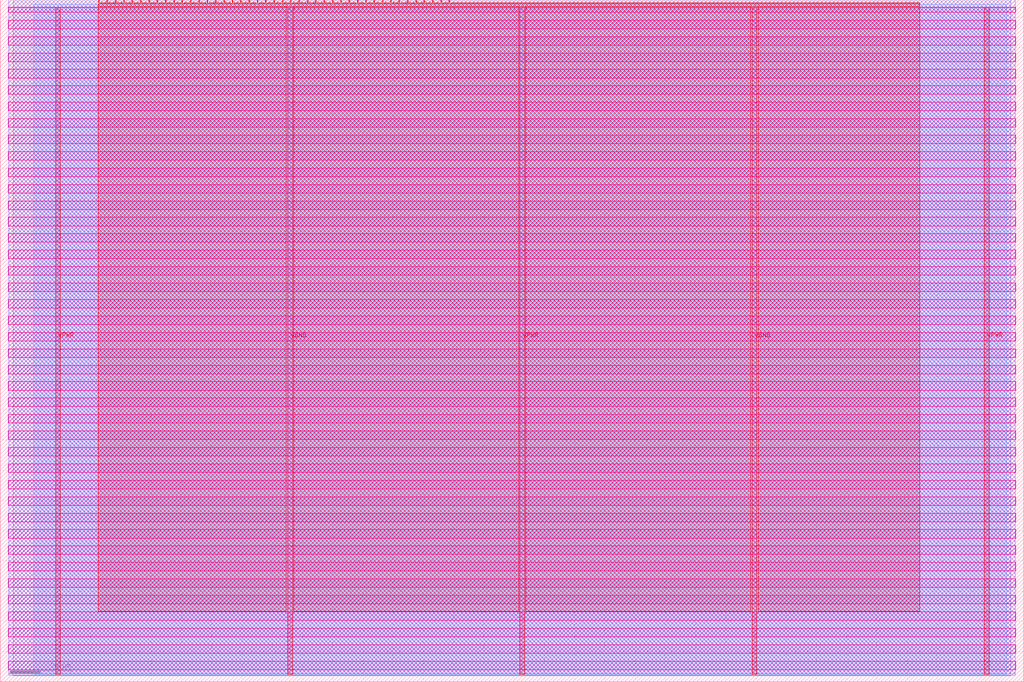
<source format=lef>
VERSION 5.7 ;
  NOWIREEXTENSIONATPIN ON ;
  DIVIDERCHAR "/" ;
  BUSBITCHARS "[]" ;
MACRO tt_um_ks_pyamnihc
  CLASS BLOCK ;
  FOREIGN tt_um_ks_pyamnihc ;
  ORIGIN 0.000 0.000 ;
  SIZE 338.560 BY 225.760 ;
  PIN VGND
    DIRECTION INOUT ;
    USE GROUND ;
    PORT
      LAYER met4 ;
        RECT 95.080 2.480 96.680 223.280 ;
    END
    PORT
      LAYER met4 ;
        RECT 248.680 2.480 250.280 223.280 ;
    END
  END VGND
  PIN VPWR
    DIRECTION INOUT ;
    USE POWER ;
    PORT
      LAYER met4 ;
        RECT 18.280 2.480 19.880 223.280 ;
    END
    PORT
      LAYER met4 ;
        RECT 171.880 2.480 173.480 223.280 ;
    END
    PORT
      LAYER met4 ;
        RECT 325.480 2.480 327.080 223.280 ;
    END
  END VPWR
  PIN clk
    DIRECTION INPUT ;
    USE SIGNAL ;
    ANTENNAGATEAREA 0.852000 ;
    PORT
      LAYER met4 ;
        RECT 145.670 224.760 145.970 225.760 ;
    END
  END clk
  PIN ena
    DIRECTION INPUT ;
    USE SIGNAL ;
    PORT
      LAYER met4 ;
        RECT 148.430 224.760 148.730 225.760 ;
    END
  END ena
  PIN rst_n
    DIRECTION INPUT ;
    USE SIGNAL ;
    ANTENNAGATEAREA 0.213000 ;
    PORT
      LAYER met4 ;
        RECT 142.910 224.760 143.210 225.760 ;
    END
  END rst_n
  PIN ui_in[0]
    DIRECTION INPUT ;
    USE SIGNAL ;
    ANTENNAGATEAREA 0.196500 ;
    PORT
      LAYER met4 ;
        RECT 140.150 224.760 140.450 225.760 ;
    END
  END ui_in[0]
  PIN ui_in[1]
    DIRECTION INPUT ;
    USE SIGNAL ;
    ANTENNAGATEAREA 0.196500 ;
    PORT
      LAYER met4 ;
        RECT 137.390 224.760 137.690 225.760 ;
    END
  END ui_in[1]
  PIN ui_in[2]
    DIRECTION INPUT ;
    USE SIGNAL ;
    ANTENNAGATEAREA 0.196500 ;
    PORT
      LAYER met4 ;
        RECT 134.630 224.760 134.930 225.760 ;
    END
  END ui_in[2]
  PIN ui_in[3]
    DIRECTION INPUT ;
    USE SIGNAL ;
    ANTENNAGATEAREA 0.196500 ;
    PORT
      LAYER met4 ;
        RECT 131.870 224.760 132.170 225.760 ;
    END
  END ui_in[3]
  PIN ui_in[4]
    DIRECTION INPUT ;
    USE SIGNAL ;
    ANTENNAGATEAREA 0.213000 ;
    PORT
      LAYER met4 ;
        RECT 129.110 224.760 129.410 225.760 ;
    END
  END ui_in[4]
  PIN ui_in[5]
    DIRECTION INPUT ;
    USE SIGNAL ;
    ANTENNAGATEAREA 0.196500 ;
    PORT
      LAYER met4 ;
        RECT 126.350 224.760 126.650 225.760 ;
    END
  END ui_in[5]
  PIN ui_in[6]
    DIRECTION INPUT ;
    USE SIGNAL ;
    ANTENNAGATEAREA 0.196500 ;
    PORT
      LAYER met4 ;
        RECT 123.590 224.760 123.890 225.760 ;
    END
  END ui_in[6]
  PIN ui_in[7]
    DIRECTION INPUT ;
    USE SIGNAL ;
    ANTENNAGATEAREA 0.196500 ;
    PORT
      LAYER met4 ;
        RECT 120.830 224.760 121.130 225.760 ;
    END
  END ui_in[7]
  PIN uio_in[0]
    DIRECTION INPUT ;
    USE SIGNAL ;
    ANTENNAGATEAREA 0.196500 ;
    PORT
      LAYER met4 ;
        RECT 118.070 224.760 118.370 225.760 ;
    END
  END uio_in[0]
  PIN uio_in[1]
    DIRECTION INPUT ;
    USE SIGNAL ;
    ANTENNAGATEAREA 0.159000 ;
    PORT
      LAYER met4 ;
        RECT 115.310 224.760 115.610 225.760 ;
    END
  END uio_in[1]
  PIN uio_in[2]
    DIRECTION INPUT ;
    USE SIGNAL ;
    ANTENNAGATEAREA 0.196500 ;
    PORT
      LAYER met4 ;
        RECT 112.550 224.760 112.850 225.760 ;
    END
  END uio_in[2]
  PIN uio_in[3]
    DIRECTION INPUT ;
    USE SIGNAL ;
    ANTENNAGATEAREA 0.159000 ;
    PORT
      LAYER met4 ;
        RECT 109.790 224.760 110.090 225.760 ;
    END
  END uio_in[3]
  PIN uio_in[4]
    DIRECTION INPUT ;
    USE SIGNAL ;
    ANTENNAGATEAREA 0.196500 ;
    PORT
      LAYER met4 ;
        RECT 107.030 224.760 107.330 225.760 ;
    END
  END uio_in[4]
  PIN uio_in[5]
    DIRECTION INPUT ;
    USE SIGNAL ;
    ANTENNAGATEAREA 0.196500 ;
    PORT
      LAYER met4 ;
        RECT 104.270 224.760 104.570 225.760 ;
    END
  END uio_in[5]
  PIN uio_in[6]
    DIRECTION INPUT ;
    USE SIGNAL ;
    ANTENNAGATEAREA 0.196500 ;
    PORT
      LAYER met4 ;
        RECT 101.510 224.760 101.810 225.760 ;
    END
  END uio_in[6]
  PIN uio_in[7]
    DIRECTION INPUT ;
    USE SIGNAL ;
    ANTENNAGATEAREA 0.196500 ;
    PORT
      LAYER met4 ;
        RECT 98.750 224.760 99.050 225.760 ;
    END
  END uio_in[7]
  PIN uio_oe[0]
    DIRECTION OUTPUT TRISTATE ;
    USE SIGNAL ;
    PORT
      LAYER met4 ;
        RECT 51.830 224.760 52.130 225.760 ;
    END
  END uio_oe[0]
  PIN uio_oe[1]
    DIRECTION OUTPUT TRISTATE ;
    USE SIGNAL ;
    PORT
      LAYER met4 ;
        RECT 49.070 224.760 49.370 225.760 ;
    END
  END uio_oe[1]
  PIN uio_oe[2]
    DIRECTION OUTPUT TRISTATE ;
    USE SIGNAL ;
    PORT
      LAYER met4 ;
        RECT 46.310 224.760 46.610 225.760 ;
    END
  END uio_oe[2]
  PIN uio_oe[3]
    DIRECTION OUTPUT TRISTATE ;
    USE SIGNAL ;
    PORT
      LAYER met4 ;
        RECT 43.550 224.760 43.850 225.760 ;
    END
  END uio_oe[3]
  PIN uio_oe[4]
    DIRECTION OUTPUT TRISTATE ;
    USE SIGNAL ;
    PORT
      LAYER met4 ;
        RECT 40.790 224.760 41.090 225.760 ;
    END
  END uio_oe[4]
  PIN uio_oe[5]
    DIRECTION OUTPUT TRISTATE ;
    USE SIGNAL ;
    PORT
      LAYER met4 ;
        RECT 38.030 224.760 38.330 225.760 ;
    END
  END uio_oe[5]
  PIN uio_oe[6]
    DIRECTION OUTPUT TRISTATE ;
    USE SIGNAL ;
    PORT
      LAYER met4 ;
        RECT 35.270 224.760 35.570 225.760 ;
    END
  END uio_oe[6]
  PIN uio_oe[7]
    DIRECTION OUTPUT TRISTATE ;
    USE SIGNAL ;
    PORT
      LAYER met4 ;
        RECT 32.510 224.760 32.810 225.760 ;
    END
  END uio_oe[7]
  PIN uio_out[0]
    DIRECTION OUTPUT TRISTATE ;
    USE SIGNAL ;
    PORT
      LAYER met4 ;
        RECT 73.910 224.760 74.210 225.760 ;
    END
  END uio_out[0]
  PIN uio_out[1]
    DIRECTION OUTPUT TRISTATE ;
    USE SIGNAL ;
    PORT
      LAYER met4 ;
        RECT 71.150 224.760 71.450 225.760 ;
    END
  END uio_out[1]
  PIN uio_out[2]
    DIRECTION OUTPUT TRISTATE ;
    USE SIGNAL ;
    ANTENNADIFFAREA 0.795200 ;
    PORT
      LAYER met4 ;
        RECT 68.390 224.760 68.690 225.760 ;
    END
  END uio_out[2]
  PIN uio_out[3]
    DIRECTION OUTPUT TRISTATE ;
    USE SIGNAL ;
    PORT
      LAYER met4 ;
        RECT 65.630 224.760 65.930 225.760 ;
    END
  END uio_out[3]
  PIN uio_out[4]
    DIRECTION OUTPUT TRISTATE ;
    USE SIGNAL ;
    ANTENNADIFFAREA 0.445500 ;
    PORT
      LAYER met4 ;
        RECT 62.870 224.760 63.170 225.760 ;
    END
  END uio_out[4]
  PIN uio_out[5]
    DIRECTION OUTPUT TRISTATE ;
    USE SIGNAL ;
    ANTENNADIFFAREA 0.795200 ;
    PORT
      LAYER met4 ;
        RECT 60.110 224.760 60.410 225.760 ;
    END
  END uio_out[5]
  PIN uio_out[6]
    DIRECTION OUTPUT TRISTATE ;
    USE SIGNAL ;
    ANTENNADIFFAREA 0.445500 ;
    PORT
      LAYER met4 ;
        RECT 57.350 224.760 57.650 225.760 ;
    END
  END uio_out[6]
  PIN uio_out[7]
    DIRECTION OUTPUT TRISTATE ;
    USE SIGNAL ;
    ANTENNADIFFAREA 0.795200 ;
    PORT
      LAYER met4 ;
        RECT 54.590 224.760 54.890 225.760 ;
    END
  END uio_out[7]
  PIN uo_out[0]
    DIRECTION OUTPUT TRISTATE ;
    USE SIGNAL ;
    ANTENNADIFFAREA 0.795200 ;
    PORT
      LAYER met4 ;
        RECT 95.990 224.760 96.290 225.760 ;
    END
  END uo_out[0]
  PIN uo_out[1]
    DIRECTION OUTPUT TRISTATE ;
    USE SIGNAL ;
    ANTENNADIFFAREA 0.795200 ;
    PORT
      LAYER met4 ;
        RECT 93.230 224.760 93.530 225.760 ;
    END
  END uo_out[1]
  PIN uo_out[2]
    DIRECTION OUTPUT TRISTATE ;
    USE SIGNAL ;
    ANTENNADIFFAREA 0.795200 ;
    PORT
      LAYER met4 ;
        RECT 90.470 224.760 90.770 225.760 ;
    END
  END uo_out[2]
  PIN uo_out[3]
    DIRECTION OUTPUT TRISTATE ;
    USE SIGNAL ;
    ANTENNADIFFAREA 0.795200 ;
    PORT
      LAYER met4 ;
        RECT 87.710 224.760 88.010 225.760 ;
    END
  END uo_out[3]
  PIN uo_out[4]
    DIRECTION OUTPUT TRISTATE ;
    USE SIGNAL ;
    ANTENNADIFFAREA 0.795200 ;
    PORT
      LAYER met4 ;
        RECT 84.950 224.760 85.250 225.760 ;
    END
  END uo_out[4]
  PIN uo_out[5]
    DIRECTION OUTPUT TRISTATE ;
    USE SIGNAL ;
    ANTENNADIFFAREA 0.795200 ;
    PORT
      LAYER met4 ;
        RECT 82.190 224.760 82.490 225.760 ;
    END
  END uo_out[5]
  PIN uo_out[6]
    DIRECTION OUTPUT TRISTATE ;
    USE SIGNAL ;
    ANTENNADIFFAREA 0.795200 ;
    PORT
      LAYER met4 ;
        RECT 79.430 224.760 79.730 225.760 ;
    END
  END uo_out[6]
  PIN uo_out[7]
    DIRECTION OUTPUT TRISTATE ;
    USE SIGNAL ;
    ANTENNADIFFAREA 0.795200 ;
    PORT
      LAYER met4 ;
        RECT 76.670 224.760 76.970 225.760 ;
    END
  END uo_out[7]
  OBS
      LAYER nwell ;
        RECT 2.570 221.625 335.990 223.230 ;
        RECT 2.570 216.185 335.990 219.015 ;
        RECT 2.570 210.745 335.990 213.575 ;
        RECT 2.570 205.305 335.990 208.135 ;
        RECT 2.570 199.865 335.990 202.695 ;
        RECT 2.570 194.425 335.990 197.255 ;
        RECT 2.570 188.985 335.990 191.815 ;
        RECT 2.570 183.545 335.990 186.375 ;
        RECT 2.570 178.105 335.990 180.935 ;
        RECT 2.570 172.665 335.990 175.495 ;
        RECT 2.570 167.225 335.990 170.055 ;
        RECT 2.570 161.785 335.990 164.615 ;
        RECT 2.570 156.345 335.990 159.175 ;
        RECT 2.570 150.905 335.990 153.735 ;
        RECT 2.570 145.465 335.990 148.295 ;
        RECT 2.570 140.025 335.990 142.855 ;
        RECT 2.570 134.585 335.990 137.415 ;
        RECT 2.570 129.145 335.990 131.975 ;
        RECT 2.570 123.705 335.990 126.535 ;
        RECT 2.570 118.265 335.990 121.095 ;
        RECT 2.570 112.825 335.990 115.655 ;
        RECT 2.570 107.385 335.990 110.215 ;
        RECT 2.570 101.945 335.990 104.775 ;
        RECT 2.570 96.505 335.990 99.335 ;
        RECT 2.570 91.065 335.990 93.895 ;
        RECT 2.570 85.625 335.990 88.455 ;
        RECT 2.570 80.185 335.990 83.015 ;
        RECT 2.570 74.745 335.990 77.575 ;
        RECT 2.570 69.305 335.990 72.135 ;
        RECT 2.570 63.865 335.990 66.695 ;
        RECT 2.570 58.425 335.990 61.255 ;
        RECT 2.570 52.985 335.990 55.815 ;
        RECT 2.570 47.545 335.990 50.375 ;
        RECT 2.570 42.105 335.990 44.935 ;
        RECT 2.570 36.665 335.990 39.495 ;
        RECT 2.570 31.225 335.990 34.055 ;
        RECT 2.570 25.785 335.990 28.615 ;
        RECT 2.570 20.345 335.990 23.175 ;
        RECT 2.570 14.905 335.990 17.735 ;
        RECT 2.570 9.465 335.990 12.295 ;
        RECT 2.570 4.025 335.990 6.855 ;
      LAYER li1 ;
        RECT 2.760 2.635 335.800 223.125 ;
      LAYER met1 ;
        RECT 2.760 2.080 335.800 225.720 ;
      LAYER met2 ;
        RECT 4.240 2.050 334.320 225.750 ;
      LAYER met3 ;
        RECT 11.105 2.555 332.975 224.225 ;
      LAYER met4 ;
        RECT 33.210 224.360 34.870 224.760 ;
        RECT 35.970 224.360 37.630 224.760 ;
        RECT 38.730 224.360 40.390 224.760 ;
        RECT 41.490 224.360 43.150 224.760 ;
        RECT 44.250 224.360 45.910 224.760 ;
        RECT 47.010 224.360 48.670 224.760 ;
        RECT 49.770 224.360 51.430 224.760 ;
        RECT 52.530 224.360 54.190 224.760 ;
        RECT 55.290 224.360 56.950 224.760 ;
        RECT 58.050 224.360 59.710 224.760 ;
        RECT 60.810 224.360 62.470 224.760 ;
        RECT 63.570 224.360 65.230 224.760 ;
        RECT 66.330 224.360 67.990 224.760 ;
        RECT 69.090 224.360 70.750 224.760 ;
        RECT 71.850 224.360 73.510 224.760 ;
        RECT 74.610 224.360 76.270 224.760 ;
        RECT 77.370 224.360 79.030 224.760 ;
        RECT 80.130 224.360 81.790 224.760 ;
        RECT 82.890 224.360 84.550 224.760 ;
        RECT 85.650 224.360 87.310 224.760 ;
        RECT 88.410 224.360 90.070 224.760 ;
        RECT 91.170 224.360 92.830 224.760 ;
        RECT 93.930 224.360 95.590 224.760 ;
        RECT 96.690 224.360 98.350 224.760 ;
        RECT 99.450 224.360 101.110 224.760 ;
        RECT 102.210 224.360 103.870 224.760 ;
        RECT 104.970 224.360 106.630 224.760 ;
        RECT 107.730 224.360 109.390 224.760 ;
        RECT 110.490 224.360 112.150 224.760 ;
        RECT 113.250 224.360 114.910 224.760 ;
        RECT 116.010 224.360 117.670 224.760 ;
        RECT 118.770 224.360 120.430 224.760 ;
        RECT 121.530 224.360 123.190 224.760 ;
        RECT 124.290 224.360 125.950 224.760 ;
        RECT 127.050 224.360 128.710 224.760 ;
        RECT 129.810 224.360 131.470 224.760 ;
        RECT 132.570 224.360 134.230 224.760 ;
        RECT 135.330 224.360 136.990 224.760 ;
        RECT 138.090 224.360 139.750 224.760 ;
        RECT 140.850 224.360 142.510 224.760 ;
        RECT 143.610 224.360 145.270 224.760 ;
        RECT 146.370 224.360 148.030 224.760 ;
        RECT 149.130 224.360 304.225 224.760 ;
        RECT 32.495 223.680 304.225 224.360 ;
        RECT 32.495 23.295 94.680 223.680 ;
        RECT 97.080 23.295 171.480 223.680 ;
        RECT 173.880 23.295 248.280 223.680 ;
        RECT 250.680 23.295 304.225 223.680 ;
  END
END tt_um_ks_pyamnihc
END LIBRARY


</source>
